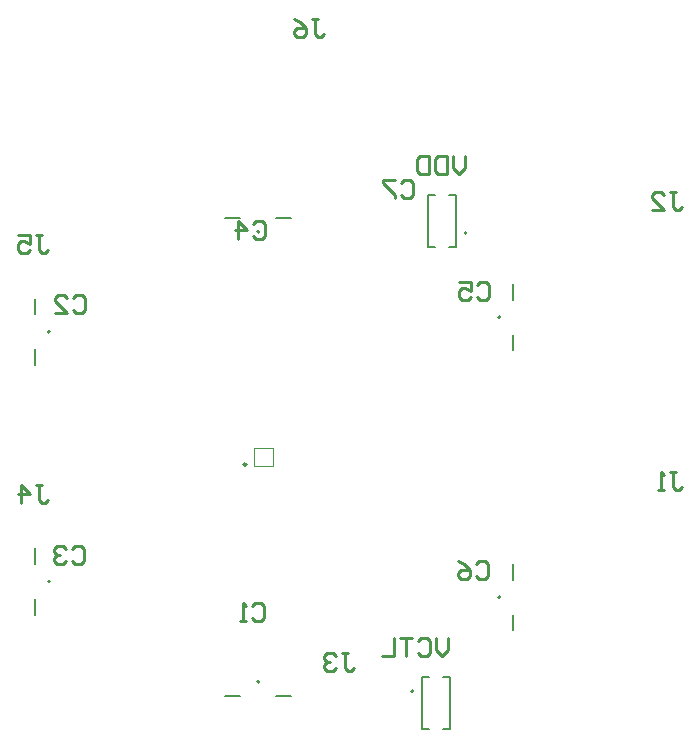
<source format=gto>
G04*
G04 #@! TF.GenerationSoftware,Altium Limited,Altium Designer,19.0.5 (141)*
G04*
G04 Layer_Color=65535*
%FSLAX44Y44*%
%MOMM*%
G71*
G01*
G75*
%ADD10C,0.2000*%
%ADD11C,0.2540*%
%ADD12C,0.1270*%
%ADD13C,0.0500*%
D10*
X366075Y51910D02*
G03*
X366075Y51910I1000J0D01*
G01*
X411155Y439740D02*
G03*
X411155Y439740I1000J0D01*
G01*
X439540Y131445D02*
G03*
X439540Y131445I1000J0D01*
G01*
X439705Y368465D02*
G03*
X439705Y368465I1000J0D01*
G01*
X235580Y59790D02*
G03*
X235580Y59790I1000J0D01*
G01*
X58356Y144780D02*
G03*
X58356Y144780I1000J0D01*
G01*
Y356235D02*
G03*
X58356Y356235I1000J0D01*
G01*
X235580Y440980D02*
G03*
X235580Y440980I1000J0D01*
G01*
X399075Y19910D02*
Y63910D01*
X393125D01*
X399075Y19910D02*
X393125D01*
X375075D02*
Y63910D01*
X381025D02*
X375075D01*
X381025Y19910D02*
X375075D01*
X404155Y471740D02*
X398205D01*
X404155Y427740D02*
X398205D01*
X404155D02*
Y471740D01*
X386105D02*
X380155D01*
X386105Y427740D02*
X380155D01*
Y471740D01*
D11*
X224184Y243860D02*
G03*
X224184Y243860I1131J0D01*
G01*
X357614Y482342D02*
X360153Y484881D01*
X365232D01*
X367771Y482342D01*
Y472185D01*
X365232Y469646D01*
X360153D01*
X357614Y472185D01*
X352536Y484881D02*
X342379D01*
Y482342D01*
X352536Y472185D01*
Y469646D01*
X411619Y505107D02*
Y494950D01*
X406540Y489872D01*
X401462Y494950D01*
Y505107D01*
X396384D02*
Y489872D01*
X388766D01*
X386227Y492411D01*
Y502568D01*
X388766Y505107D01*
X396384D01*
X381149D02*
Y489872D01*
X373531D01*
X370992Y492411D01*
Y502568D01*
X373531Y505107D01*
X381149D01*
X79357Y384679D02*
X81896Y387218D01*
X86974D01*
X89514Y384679D01*
Y374522D01*
X86974Y371983D01*
X81896D01*
X79357Y374522D01*
X64122Y371983D02*
X74279D01*
X64122Y382140D01*
Y384679D01*
X66661Y387218D01*
X71740D01*
X74279Y384679D01*
X420987Y159485D02*
X423526Y162024D01*
X428605D01*
X431144Y159485D01*
Y149328D01*
X428605Y146789D01*
X423526D01*
X420987Y149328D01*
X405752Y162024D02*
X410830Y159485D01*
X415909Y154407D01*
Y149328D01*
X413369Y146789D01*
X408291D01*
X405752Y149328D01*
Y151867D01*
X408291Y154407D01*
X415909D01*
X421517Y396109D02*
X424056Y398648D01*
X429134D01*
X431674Y396109D01*
Y385952D01*
X429134Y383413D01*
X424056D01*
X421517Y385952D01*
X406282Y398648D02*
X416439D01*
Y391031D01*
X411360Y393570D01*
X408821D01*
X406282Y391031D01*
Y385952D01*
X408821Y383413D01*
X413899D01*
X416439Y385952D01*
X397649Y97277D02*
Y87120D01*
X392570Y82042D01*
X387492Y87120D01*
Y97277D01*
X372257Y94738D02*
X374796Y97277D01*
X379874D01*
X382414Y94738D01*
Y84581D01*
X379874Y82042D01*
X374796D01*
X372257Y84581D01*
X367179Y97277D02*
X357022D01*
X362100D01*
Y82042D01*
X351944Y97277D02*
Y82042D01*
X341787D01*
X282430Y621152D02*
X287508D01*
X284969D01*
Y608456D01*
X287508Y605917D01*
X290047D01*
X292587Y608456D01*
X267195Y621152D02*
X272273Y618613D01*
X277352Y613535D01*
Y608456D01*
X274813Y605917D01*
X269734D01*
X267195Y608456D01*
Y610995D01*
X269734Y613535D01*
X277352D01*
X48600Y437764D02*
X53679D01*
X51139D01*
Y425068D01*
X53679Y422529D01*
X56218D01*
X58757Y425068D01*
X33365Y437764D02*
X43522D01*
Y430146D01*
X38444Y432686D01*
X35904D01*
X33365Y430146D01*
Y425068D01*
X35904Y422529D01*
X40983D01*
X43522Y425068D01*
X48600Y226309D02*
X53679D01*
X51139D01*
Y213613D01*
X53679Y211074D01*
X56218D01*
X58757Y213613D01*
X35904Y211074D02*
Y226309D01*
X43522Y218692D01*
X33365D01*
X307449Y84527D02*
X312527D01*
X309988D01*
Y71831D01*
X312527Y69292D01*
X315067D01*
X317606Y71831D01*
X302371Y81988D02*
X299832Y84527D01*
X294753D01*
X292214Y81988D01*
Y79449D01*
X294753Y76909D01*
X297292D01*
X294753D01*
X292214Y74370D01*
Y71831D01*
X294753Y69292D01*
X299832D01*
X302371Y71831D01*
X585452Y474886D02*
X590530D01*
X587991D01*
Y462190D01*
X590530Y459651D01*
X593069D01*
X595609Y462190D01*
X570217Y459651D02*
X580374D01*
X570217Y469808D01*
Y472347D01*
X572756Y474886D01*
X577835D01*
X580374Y472347D01*
X585287Y237866D02*
X590365D01*
X587826D01*
Y225170D01*
X590365Y222631D01*
X592905D01*
X595444Y225170D01*
X580209Y222631D02*
X575130D01*
X577669D01*
Y237866D01*
X580209Y235327D01*
X231816Y447522D02*
X234355Y450061D01*
X239433D01*
X241973Y447522D01*
Y437365D01*
X239433Y434826D01*
X234355D01*
X231816Y437365D01*
X219120Y434826D02*
Y450061D01*
X226738Y442444D01*
X216581D01*
X78954Y172462D02*
X81493Y175001D01*
X86572D01*
X89111Y172462D01*
Y162305D01*
X86572Y159766D01*
X81493D01*
X78954Y162305D01*
X73876Y172462D02*
X71336Y175001D01*
X66258D01*
X63719Y172462D01*
Y169923D01*
X66258Y167383D01*
X68797D01*
X66258D01*
X63719Y164844D01*
Y162305D01*
X66258Y159766D01*
X71336D01*
X73876Y162305D01*
X231590Y124180D02*
X234130Y126719D01*
X239208D01*
X241747Y124180D01*
Y114023D01*
X239208Y111484D01*
X234130D01*
X231590Y114023D01*
X226512Y111484D02*
X221434D01*
X223973D01*
Y126719D01*
X226512Y124180D01*
D12*
X452442Y146445D02*
Y159445D01*
Y103445D02*
Y116445D01*
X452607Y383465D02*
Y396465D01*
Y340465D02*
Y353465D01*
X264580Y47888D02*
X251580D01*
X221580D02*
X208580D01*
X47454Y116780D02*
Y129780D01*
Y159780D02*
Y172780D01*
Y328235D02*
Y341235D01*
Y371235D02*
Y384235D01*
X221580Y452882D02*
X208580D01*
X264580D02*
X251580D01*
D13*
X249025Y242190D02*
Y258190D01*
X233025Y242190D02*
Y258190D01*
X249025D02*
X233025D01*
X249025Y242190D02*
X233025D01*
M02*

</source>
